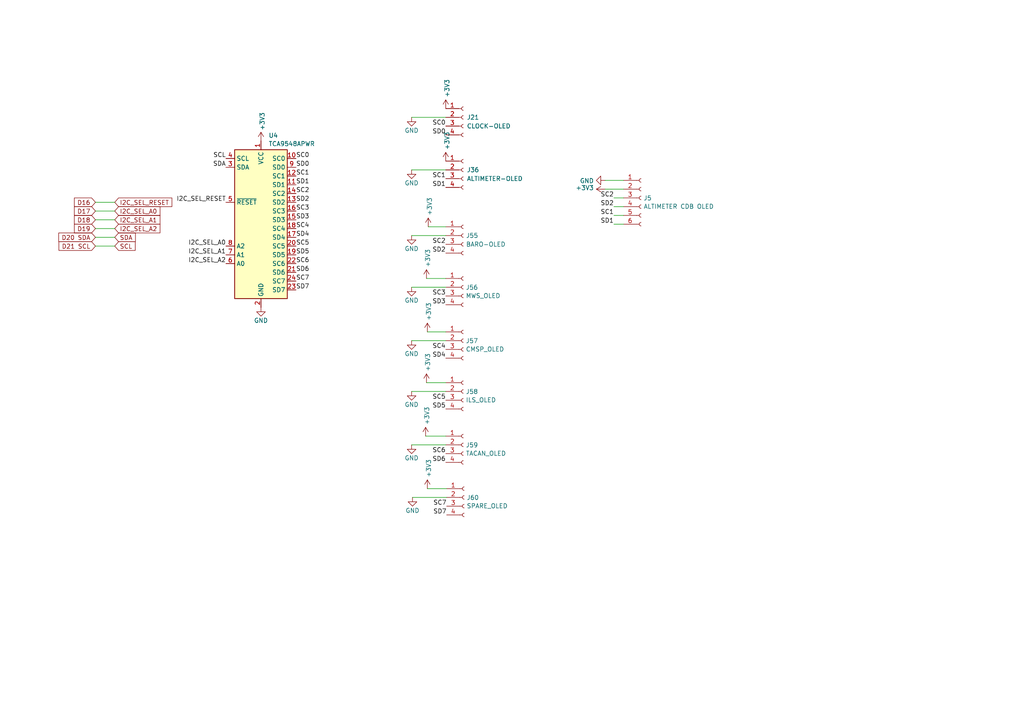
<source format=kicad_sch>
(kicad_sch (version 20231120) (generator "eeschema") (generator_version "8.0")
  (paper "A4")
  (title_block (date "2024-09-10"))
  (lib_symbols
    (symbol "Connector:Conn_01x04_Socket" (pin_names (offset 1.016) hide)
      (property "Reference" "J" (at 0 5.08 0))
      (property "Value" "Conn_01x04_Socket" (at 0 -7.62 0))
      (symbol "Conn_01x04_Socket_1_1"
        (arc (start 0 -4.572) (mid -0.5058 -5.08) (end 0 -5.588) (stroke (width 0.1524)))
        (arc (start 0 -2.032) (mid -0.5058 -2.54) (end 0 -3.048) (stroke (width 0.1524)))
        (polyline (pts (xy -1.27 -5.08) (xy -0.508 -5.08)) (stroke (width 0.1524)))
        (polyline (pts (xy -1.27 -2.54) (xy -0.508 -2.54)) (stroke (width 0.1524)))
        (polyline (pts (xy -1.27 0) (xy -0.508 0)) (stroke (width 0.1524)))
        (polyline (pts (xy -1.27 2.54) (xy -0.508 2.54)) (stroke (width 0.1524)))
        (arc (start 0 0.508) (mid -0.5058 0) (end 0 -0.508) (stroke (width 0.1524)))
        (arc (start 0 3.048) (mid -0.5058 2.54) (end 0 2.032) (stroke (width 0.1524)))
        (pin passive line (at -5.08 2.54 0) (length 3.81) (name "Pin_1") (number "1"))
        (pin passive line (at -5.08 0 0) (length 3.81) (name "Pin_2") (number "2"))
        (pin passive line (at -5.08 -2.54 0) (length 3.81) (name "Pin_3") (number "3"))
        (pin passive line (at -5.08 -5.08 0) (length 3.81) (name "Pin_4") (number "4"))
      )
    )
    (symbol "Connector:Conn_01x06_Female" (pin_names (offset 1.016) hide)
      (property "Reference" "J" (at 0 7.62 0))
      (property "Value" "Conn_01x06_Female" (at 0 -10.16 0))
      (symbol "Conn_01x06_Female_1_1"
        (arc (start 0 -7.112) (mid -0.5058 -7.62) (end 0 -8.128) (stroke (width 0.1524)))
        (arc (start 0 -4.572) (mid -0.5058 -5.08) (end 0 -5.588) (stroke (width 0.1524)))
        (arc (start 0 -2.032) (mid -0.5058 -2.54) (end 0 -3.048) (stroke (width 0.1524)))
        (polyline (pts (xy -1.27 -7.62) (xy -0.508 -7.62)) (stroke (width 0.1524)))
        (polyline (pts (xy -1.27 -5.08) (xy -0.508 -5.08)) (stroke (width 0.1524)))
        (polyline (pts (xy -1.27 -2.54) (xy -0.508 -2.54)) (stroke (width 0.1524)))
        (polyline (pts (xy -1.27 0) (xy -0.508 0)) (stroke (width 0.1524)))
        (polyline (pts (xy -1.27 2.54) (xy -0.508 2.54)) (stroke (width 0.1524)))
        (polyline (pts (xy -1.27 5.08) (xy -0.508 5.08)) (stroke (width 0.1524)))
        (arc (start 0 0.508) (mid -0.5058 0) (end 0 -0.508) (stroke (width 0.1524)))
        (arc (start 0 3.048) (mid -0.5058 2.54) (end 0 2.032) (stroke (width 0.1524)))
        (arc (start 0 5.588) (mid -0.5058 5.08) (end 0 4.572) (stroke (width 0.1524)))
        (pin passive line (at -5.08 5.08 0) (length 3.81) (name "Pin_1") (number "1"))
        (pin passive line (at -5.08 2.54 0) (length 3.81) (name "Pin_2") (number "2"))
        (pin passive line (at -5.08 0 0) (length 3.81) (name "Pin_3") (number "3"))
        (pin passive line (at -5.08 -2.54 0) (length 3.81) (name "Pin_4") (number "4"))
        (pin passive line (at -5.08 -5.08 0) (length 3.81) (name "Pin_5") (number "5"))
        (pin passive line (at -5.08 -7.62 0) (length 3.81) (name "Pin_6") (number "6"))
      )
    )
    (symbol "GAUGE_Standby-Altimeter-rescue:+3.3V-power" (power) (pin_names (offset 0))
      (property "Value" "+3.3V-power" (at 0 3.556 0))
      (symbol "+3.3V-power_0_1"
        (polyline (pts (xy -0.762 1.27) (xy 0 2.54)))
        (polyline (pts (xy 0 0) (xy 0 2.54)))
        (polyline (pts (xy 0 2.54) (xy 0.762 1.27)))
      )
      (symbol "+3.3V-power_1_1"
        (pin power_in line (at 0 0 90) (length 0) hide (name "+3V3") (number "1"))
      )
    )
    (symbol "Interface_Expansion:TCA9548APWR"
      (property "Reference" "U4" (at 2.1941 24.4643 0))
      (property "Value" "TCA9548APWR" (at 2.1941 22.0401 0))
      (symbol "TCA9548APWR_0_1"
        (rectangle (start -7.62 20.32) (end 7.62 -22.86) (stroke (width 0.254)) (fill (type background)))
      )
      (symbol "TCA9548APWR_1_1"
        (pin power_in line (at 0 22.86 270) (length 2.54) (name "VCC") (number "1"))
        (pin output line (at 10.16 17.78 180) (length 2.54) (name "SC0") (number "10"))
        (pin bidirectional line (at 10.16 10.16 180) (length 2.54) (name "SD1") (number "11"))
        (pin output line (at 10.16 12.7 180) (length 2.54) (name "SC1") (number "12"))
        (pin bidirectional line (at 10.16 5.08 180) (length 2.54) (name "SD2") (number "13"))
        (pin output line (at 10.16 7.62 180) (length 2.54) (name "SC2") (number "14"))
        (pin bidirectional line (at 10.16 0 180) (length 2.54) (name "SD3") (number "15"))
        (pin output line (at 10.16 2.54 180) (length 2.54) (name "SC3") (number "16"))
        (pin bidirectional line (at 10.16 -5.08 180) (length 2.54) (name "SD4") (number "17"))
        (pin output line (at 10.16 -2.54 180) (length 2.54) (name "SC4") (number "18"))
        (pin bidirectional line (at 10.16 -10.16 180) (length 2.54) (name "SD5") (number "19"))
        (pin power_in line (at 0 -25.4 90) (length 2.54) (name "GND") (number "2"))
        (pin output line (at 10.16 -7.62 180) (length 2.54) (name "SC5") (number "20"))
        (pin bidirectional line (at 10.16 -15.24 180) (length 2.54) (name "SD6") (number "21"))
        (pin output line (at 10.16 -12.7 180) (length 2.54) (name "SC6") (number "22"))
        (pin bidirectional line (at 10.16 -20.32 180) (length 2.54) (name "SD7") (number "23"))
        (pin output line (at 10.16 -17.78 180) (length 2.54) (name "SC7") (number "24"))
        (pin bidirectional line (at -10.16 15.24 0) (length 2.54) (name "SDA") (number "3"))
        (pin input line (at -10.16 17.78 0) (length 2.54) (name "SCL") (number "4"))
        (pin input line (at -10.16 5.08 0) (length 2.54) (name "~{RESET}") (number "5"))
        (pin input line (at -10.16 -12.7 0) (length 2.54) (name "A0") (number "6"))
        (pin input line (at -10.16 -10.16 0) (length 2.54) (name "A1") (number "7"))
        (pin input line (at -10.16 -7.62 0) (length 2.54) (name "A2") (number "8"))
        (pin bidirectional line (at 10.16 15.24 180) (length 2.54) (name "SD0") (number "9"))
      )
    )
    (symbol "power:+3V3" (power) (pin_names (offset 0))
      (property "Value" "+3V3" (at 0 3.556 0))
      (symbol "+3V3_0_1"
        (polyline (pts (xy -0.762 1.27) (xy 0 2.54)))
        (polyline (pts (xy 0 0) (xy 0 2.54)))
        (polyline (pts (xy 0 2.54) (xy 0.762 1.27)))
      )
      (symbol "+3V3_1_1"
        (pin power_in line (at 0 0 90) (length 0) hide (name "+3V3") (number "1"))
      )
    )
    (symbol "power:GND" (power) (pin_names (offset 0))
      (property "Value" "GND" (at 0 -3.81 0))
      (symbol "GND_0_1"
        (polyline (pts (xy 0 0) (xy 0 -1.27) (xy 1.27 -1.27) (xy 0 -2.54) (xy -1.27 -1.27) (xy 0 -1.27)))
      )
      (symbol "GND_1_1"
        (pin power_in line (at 0 0 270) (length 0) hide (name "GND") (number "1"))
      )
    )
  )
  (wire (pts (xy 33.274 61.214) (xy 27.686 61.214)))
  (wire (pts (xy 119.38 49.276) (xy 129.286 49.276)))
  (wire (pts (xy 33.274 71.374) (xy 27.686 71.374)))
  (wire (pts (xy 33.274 63.754) (xy 27.686 63.754)))
  (wire (pts (xy 123.698 110.998) (xy 129.286 110.998)))
  (wire (pts (xy 123.952 141.732) (xy 129.54 141.732)))
  (wire (pts (xy 178.054 57.404) (xy 180.848 57.404)))
  (wire (pts (xy 178.054 59.944) (xy 180.848 59.944)))
  (wire (pts (xy 33.274 66.294) (xy 27.686 66.294)))
  (wire (pts (xy 33.274 58.674) (xy 27.686 58.674)))
  (wire (pts (xy 33.274 68.834) (xy 27.686 68.834)))
  (wire (pts (xy 124.206 65.786) (xy 129.286 65.786)))
  (wire (pts (xy 123.952 96.266) (xy 129.286 96.266)))
  (wire (pts (xy 123.698 80.772) (xy 129.286 80.772)))
  (wire (pts (xy 123.444 126.492) (xy 129.286 126.492)))
  (wire (pts (xy 119.38 98.806) (xy 129.286 98.806)))
  (wire (pts (xy 175.514 52.324) (xy 180.848 52.324)))
  (wire (pts (xy 119.38 34.036) (xy 129.286 34.036)))
  (wire (pts (xy 178.054 62.484) (xy 180.848 62.484)))
  (wire (pts (xy 119.634 144.272) (xy 129.54 144.272)))
  (wire (pts (xy 119.38 83.312) (xy 129.286 83.312)))
  (wire (pts (xy 119.38 129.032) (xy 129.286 129.032)))
  (wire (pts (xy 119.38 113.538) (xy 129.286 113.538)))
  (wire (pts (xy 119.38 68.326) (xy 129.286 68.326)))
  (wire (pts (xy 178.054 65.024) (xy 180.848 65.024)))
  (wire (pts (xy 175.514 54.864) (xy 180.848 54.864)))
  (label "SD2" (at 85.852 58.674 0))
  (label "SDA" (at 65.532 48.514 180))
  (label "SCL" (at 65.532 45.974 180))
  (label "SC4" (at 85.852 66.294 0))
  (label "SC3" (at 129.286 85.852 180))
  (label "SD4" (at 129.286 103.886 180))
  (label "I2C_SEL_A0" (at 65.532 71.374 180))
  (label "SC0" (at 85.852 45.974 0))
  (label "SC1" (at 129.286 51.816 180))
  (label "SC6" (at 129.286 131.572 180))
  (label "SD6" (at 129.286 134.112 180))
  (label "SC6" (at 85.852 76.454 0))
  (label "SC4" (at 129.286 101.346 180))
  (label "SC0" (at 129.286 36.576 180))
  (label "SD6" (at 85.852 78.994 0))
  (label "SC1" (at 85.852 51.054 0))
  (label "SD3" (at 85.852 63.754 0))
  (label "SD7" (at 129.54 149.352 180))
  (label "SD1" (at 129.286 54.356 180))
  (label "SD4" (at 85.852 68.834 0))
  (label "SD3" (at 129.286 88.392 180))
  (label "I2C_SEL_RESET" (at 65.532 58.674 180))
  (label "SC1" (at 178.054 62.484 180))
  (label "I2C_SEL_A1" (at 65.532 73.914 180))
  (label "SC5" (at 85.852 71.374 0))
  (label "SC2" (at 178.054 57.404 180))
  (label "SD1" (at 178.054 65.024 180))
  (label "SC7" (at 85.852 81.534 0))
  (label "SD5" (at 85.852 73.914 0))
  (label "SC3" (at 85.852 61.214 0))
  (label "SD5" (at 129.286 118.618 180))
  (label "SC5" (at 129.286 116.078 180))
  (label "SC2" (at 85.852 56.134 0))
  (label "SD1" (at 85.852 53.594 0))
  (label "SD0" (at 85.852 48.514 0))
  (label "SD2" (at 129.286 73.406 180))
  (label "I2C_SEL_A2" (at 65.532 76.454 180))
  (label "SD0" (at 129.286 39.116 180))
  (label "SC2" (at 129.286 70.866 180))
  (label "SD7" (at 85.852 84.074 0))
  (label "SD2" (at 178.054 59.944 180))
  (label "SC7" (at 129.54 146.812 180))
  (global_label "D17" (shape input) (at 27.686 61.214 180) (property "Intersheetrefs" "${INTERSHEET_REFS}" (effects (hide yes))))
  (global_label "D19" (shape input) (at 27.686 66.294 180) (property "Intersheetrefs" "${INTERSHEET_REFS}" (effects (hide yes))))
  (global_label "SDA" (shape input) (at 33.274 68.834 0) (property "Intersheetrefs" "${INTERSHEET_REFS}" (effects (hide yes))))
  (global_label "D16" (shape input) (at 27.686 58.674 180) (property "Intersheetrefs" "${INTERSHEET_REFS}" (effects (hide yes))))
  (global_label "D21 SCL" (shape input) (at 27.686 71.374 180) (property "Intersheetrefs" "${INTERSHEET_REFS}" (effects (hide yes))))
  (global_label "I2C_SEL_A2" (shape input) (at 33.274 66.294 0) (property "Intersheetrefs" "${INTERSHEET_REFS}" (effects (hide yes))))
  (global_label "SCL" (shape input) (at 33.274 71.374 0) (property "Intersheetrefs" "${INTERSHEET_REFS}" (effects (hide yes))))
  (global_label "I2C_SEL_A1" (shape input) (at 33.274 63.754 0) (property "Intersheetrefs" "${INTERSHEET_REFS}" (effects (hide yes))))
  (global_label "I2C_SEL_A0" (shape input) (at 33.274 61.214 0) (property "Intersheetrefs" "${INTERSHEET_REFS}" (effects (hide yes))))
  (global_label "D20 SDA" (shape input) (at 27.686 68.834 180) (property "Intersheetrefs" "${INTERSHEET_REFS}" (effects (hide yes))))
  (global_label "D18" (shape input) (at 27.686 63.754 180) (property "Intersheetrefs" "${INTERSHEET_REFS}" (effects (hide yes))))
  (global_label "I2C_SEL_RESET" (shape input) (at 33.274 58.674 0) (property "Intersheetrefs" "${INTERSHEET_REFS}" (effects (hide yes))))
  (symbol (lib_id "Connector:Conn_01x04_Socket") (at 134.366 129.032 0) (unit 1)
    (property "Reference" "J59" (at 135.0772 129.0899 0) (effects (justify left)))
    (property "Value" "TACAN_OLED" (at 135.0772 131.5141 0) (effects (justify left)))
    (property "Footprint" "Connector_Molex:Molex_KK-254_AE-6410-04A_1x04_P2.54mm_Vertical" (effects (hide yes)))
  )
  (symbol (lib_id "power:GND") (at 119.38 68.326 0) (unit 1)
    (property "Reference" "#PWR079" (effects (hide yes)))
    (property "Value" "GND" (at 119.38 72.136 0))
  )
  (symbol (lib_id "Connector:Conn_01x04_Socket") (at 134.366 49.276 0) (unit 1)
    (property "Reference" "J36" (at 135.382 49.2759 0) (effects (justify left)))
    (property "Value" "ALTIMETER-OLED" (at 135.382 51.8159 0) (effects (justify left)))
    (property "Footprint" "Connector_Molex:Molex_KK-254_AE-6410-04A_1x04_P2.54mm_Vertical" (effects (hide yes)))
  )
  (symbol (lib_id "power:GND") (at 75.692 89.154 0) (unit 1)
    (property "Reference" "#PWR074" (effects (hide yes)))
    (property "Value" "GND" (at 75.692 92.964 0))
  )
  (symbol (lib_id "GAUGE_Standby-Altimeter-rescue:+3.3V-power") (at 123.698 80.772 0) (unit 1)
    (property "Reference" "#PWR08" (effects (hide yes)))
    (property "Value" "+3V3" (at 124.079 77.5208 90) (effects (justify left)))
  )
  (symbol (lib_id "power:GND") (at 119.38 113.538 0) (unit 1)
    (property "Reference" "#PWR082" (effects (hide yes)))
    (property "Value" "GND" (at 119.38 117.348 0))
  )
  (symbol (lib_id "power:GND") (at 119.634 144.272 0) (unit 1)
    (property "Reference" "#PWR084" (effects (hide yes)))
    (property "Value" "GND" (at 119.634 148.082 0))
  )
  (symbol (lib_id "GAUGE_Standby-Altimeter-rescue:+3.3V-power") (at 123.952 96.266 0) (unit 1)
    (property "Reference" "#PWR09" (effects (hide yes)))
    (property "Value" "+3V3" (at 124.333 93.0148 90) (effects (justify left)))
  )
  (symbol (lib_id "GAUGE_Standby-Altimeter-rescue:+3.3V-power") (at 129.286 31.496 0) (unit 1)
    (property "Reference" "#PWR05" (effects (hide yes)))
    (property "Value" "+3V3" (at 129.667 28.2448 90) (effects (justify left)))
  )
  (symbol (lib_id "GAUGE_Standby-Altimeter-rescue:+3.3V-power") (at 123.444 126.492 0) (unit 1)
    (property "Reference" "#PWR011" (effects (hide yes)))
    (property "Value" "+3V3" (at 123.825 123.2408 90) (effects (justify left)))
  )
  (symbol (lib_id "power:GND") (at 175.514 52.324 270) (unit 1)
    (property "Reference" "#PWR03" (effects (hide yes)))
    (property "Value" "GND" (at 172.2628 52.451 90) (effects (justify right)))
  )
  (symbol (lib_id "GAUGE_Standby-Altimeter-rescue:+3.3V-power") (at 123.952 141.732 0) (unit 1)
    (property "Reference" "#PWR012" (effects (hide yes)))
    (property "Value" "+3V3" (at 124.333 138.4808 90) (effects (justify left)))
  )
  (symbol (lib_id "GAUGE_Standby-Altimeter-rescue:+3.3V-power") (at 175.514 54.864 90) (unit 1)
    (property "Reference" "#PWR04" (effects (hide yes)))
    (property "Value" "+3V3" (at 172.2628 54.483 90) (effects (justify left)))
  )
  (symbol (lib_id "Connector:Conn_01x04_Socket") (at 134.366 98.806 0) (unit 1)
    (property "Reference" "J57" (at 135.0772 98.8639 0) (effects (justify left)))
    (property "Value" "CMSP_OLED" (at 135.0772 101.2881 0) (effects (justify left)))
    (property "Footprint" "Connector_Molex:Molex_KK-254_AE-6410-04A_1x04_P2.54mm_Vertical" (effects (hide yes)))
  )
  (symbol (lib_id "Interface_Expansion:TCA9548APWR") (at 75.692 63.754 0) (unit 1)
    (property "Reference" "U4" (at 77.8861 39.2897 0) (effects (justify left)))
    (property "Value" "TCA9548APWR" (at 77.8861 41.7139 0) (effects (justify left)))
    (property "Footprint" "Package_DIP:DIP-24_TCA9548A" (effects (hide yes)))
    (property "Datasheet" "http://www.ti.com/lit/ds/symlink/tca9548a.pdf" (effects (hide yes)))
  )
  (symbol (lib_id "Connector:Conn_01x04_Socket") (at 134.62 144.272 0) (unit 1)
    (property "Reference" "J60" (at 135.3312 144.3299 0) (effects (justify left)))
    (property "Value" "SPARE_OLED" (at 135.3312 146.7541 0) (effects (justify left)))
    (property "Footprint" "Connector_Molex:Molex_KK-254_AE-6410-04A_1x04_P2.54mm_Vertical" (effects (hide yes)))
  )
  (symbol (lib_id "power:+3V3") (at 75.692 40.894 0) (unit 1)
    (property "Reference" "#PWR073" (effects (hide yes)))
    (property "Value" "+3V3" (at 76.073 37.846 90) (effects (justify left)))
  )
  (symbol (lib_id "Connector:Conn_01x04_Socket") (at 134.366 83.312 0) (unit 1)
    (property "Reference" "J56" (at 135.0772 83.3699 0) (effects (justify left)))
    (property "Value" "MWS_OLED" (at 135.0772 85.7941 0) (effects (justify left)))
    (property "Footprint" "Connector_Molex:Molex_KK-254_AE-6410-04A_1x04_P2.54mm_Vertical" (effects (hide yes)))
  )
  (symbol (lib_id "GAUGE_Standby-Altimeter-rescue:+3.3V-power") (at 129.286 46.736 0) (unit 1)
    (property "Reference" "#PWR06" (effects (hide yes)))
    (property "Value" "+3V3" (at 129.667 43.4848 90) (effects (justify left)))
  )
  (symbol (lib_id "Connector:Conn_01x04_Socket") (at 134.366 34.036 0) (unit 1)
    (property "Reference" "J21" (at 135.382 34.0359 0) (effects (justify left)))
    (property "Value" "CLOCK-OLED" (at 135.382 36.5759 0) (effects (justify left)))
    (property "Footprint" "Connector_Molex:Molex_KK-254_AE-6410-04A_1x04_P2.54mm_Vertical" (effects (hide yes)))
  )
  (symbol (lib_id "power:GND") (at 119.38 49.276 0) (unit 1)
    (property "Reference" "#PWR026" (effects (hide yes)))
    (property "Value" "GND" (at 119.38 53.086 0))
  )
  (symbol (lib_id "power:GND") (at 119.38 34.036 0) (unit 1)
    (property "Reference" "#PWR024" (effects (hide yes)))
    (property "Value" "GND" (at 119.38 37.846 0))
  )
  (symbol (lib_id "Connector:Conn_01x06_Female") (at 185.928 57.404 0) (unit 1)
    (property "Reference" "J5" (at 186.6392 57.4618 0) (effects (justify left)))
    (property "Value" "ALTIMETER CDB OLED" (at 186.6392 59.8861 0) (effects (justify left)))
    (property "Footprint" "Connector_Molex:Molex_KK-254_AE-6410-06A_1x06_P2.54mm_Vertical" (effects (hide yes)))
  )
  (symbol (lib_id "power:GND") (at 119.38 83.312 0) (unit 1)
    (property "Reference" "#PWR080" (effects (hide yes)))
    (property "Value" "GND" (at 119.38 87.122 0))
  )
  (symbol (lib_id "GAUGE_Standby-Altimeter-rescue:+3.3V-power") (at 123.698 110.998 0) (unit 1)
    (property "Reference" "#PWR010" (effects (hide yes)))
    (property "Value" "+3V3" (at 124.079 107.7468 90) (effects (justify left)))
  )
  (symbol (lib_id "power:GND") (at 119.38 129.032 0) (unit 1)
    (property "Reference" "#PWR083" (effects (hide yes)))
    (property "Value" "GND" (at 119.38 132.842 0))
  )
  (symbol (lib_id "Connector:Conn_01x04_Socket") (at 134.366 113.538 0) (unit 1)
    (property "Reference" "J58" (at 135.0772 113.5959 0) (effects (justify left)))
    (property "Value" "ILS_OLED" (at 135.0772 116.0201 0) (effects (justify left)))
    (property "Footprint" "Connector_Molex:Molex_KK-254_AE-6410-04A_1x04_P2.54mm_Vertical" (effects (hide yes)))
  )
  (symbol (lib_id "GAUGE_Standby-Altimeter-rescue:+3.3V-power") (at 124.206 65.786 0) (unit 1)
    (property "Reference" "#PWR07" (effects (hide yes)))
    (property "Value" "+3V3" (at 124.587 62.5348 90) (effects (justify left)))
  )
  (symbol (lib_id "power:GND") (at 119.38 98.806 0) (unit 1)
    (property "Reference" "#PWR081" (effects (hide yes)))
    (property "Value" "GND" (at 119.38 102.616 0))
  )
  (symbol (lib_id "Connector:Conn_01x04_Socket") (at 134.366 68.326 0) (unit 1)
    (property "Reference" "J55" (at 135.128 68.3259 0) (effects (justify left)))
    (property "Value" "BARO-OLED" (at 135.128 70.8659 0) (effects (justify left)))
    (property "Footprint" "Connector_Molex:Molex_KK-254_AE-6410-04A_1x04_P2.54mm_Vertical" (effects (hide yes)))
  )
)
</source>
